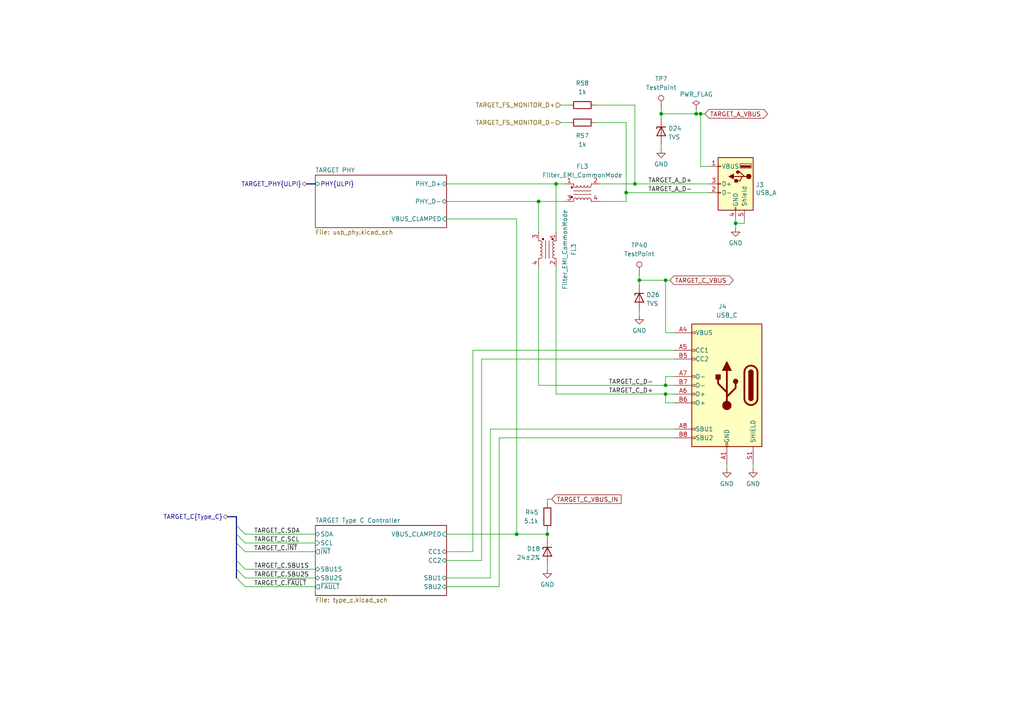
<source format=kicad_sch>
(kicad_sch (version 20230121) (generator eeschema)
  (paper "A4")
  (title_block (title "Cynthion") (date "${DATE}") (rev "${VERSION}") (company "Copyright 2019-2023 Great Scott Gadgets") (comment 1 "Licensed under the CERN-OHL-P v2"))
  (lib_symbols
    (symbol "Connector:TestPoint" (pin_numbers hide) (pin_names (offset 0.762) hide)
      (property "Reference" "TP" (at 0 6.858 0))
      (property "Value" "TestPoint" (at 0 5.08 0))
      (symbol "TestPoint_0_1"
        (circle (center 0 3.302) (radius 0.762))
      )
      (symbol "TestPoint_1_1"
        (pin passive line (at 0 0 90) (length 2.54) (name "1") (number "1"))
      )
    )
    (symbol "Connector:USB_A" (pin_names (offset 1.016))
      (property "Reference" "J" (at -5.08 11.43 0))
      (property "Value" "USB_A" (at -5.08 8.89 0))
      (symbol "USB_A_0_1"
        (rectangle (start -5.08 -7.62) (end 5.08 7.62) (stroke (width 0.254)) (fill (type background)))
        (circle (center -3.81 2.159) (radius 0.635) (stroke (width 0.254)) (fill (type outline)))
        (rectangle (start -1.524 4.826) (end -4.318 5.334) (fill (type outline)))
        (rectangle (start -1.27 4.572) (end -4.572 5.842))
        (circle (center -0.635 3.429) (radius 0.381) (stroke (width 0.254)) (fill (type outline)))
        (rectangle (start -0.127 -7.62) (end 0.127 -6.858))
        (polyline (pts (xy -3.175 2.159) (xy -2.54 2.159) (xy -1.27 3.429) (xy -0.635 3.429)) (stroke (width 0.254)))
        (polyline (pts (xy -2.54 2.159) (xy -1.905 2.159) (xy -1.27 0.889) (xy 0 0.889)) (stroke (width 0.254)))
        (polyline (pts (xy 0.635 2.794) (xy 0.635 1.524) (xy 1.905 2.159) (xy 0.635 2.794)) (stroke (width 0.254)) (fill (type outline)))
        (rectangle (start 0.254 1.27) (end -0.508 0.508) (stroke (width 0.254)) (fill (type outline)))
        (rectangle (start 5.08 -2.667) (end 4.318 -2.413))
        (rectangle (start 5.08 -0.127) (end 4.318 0.127))
        (rectangle (start 5.08 4.953) (end 4.318 5.207))
      )
      (symbol "USB_A_1_1"
        (polyline (pts (xy -1.905 2.159) (xy 0.635 2.159)) (stroke (width 0.254)))
        (pin power_in line (at 7.62 5.08 180) (length 2.54) (name "VBUS") (number "1"))
        (pin bidirectional line (at 7.62 -2.54 180) (length 2.54) (name "D-") (number "2"))
        (pin bidirectional line (at 7.62 0 180) (length 2.54) (name "D+") (number "3"))
        (pin power_in line (at 0 -10.16 90) (length 2.54) (name "GND") (number "4"))
        (pin passive line (at -2.54 -10.16 90) (length 2.54) (name "Shield") (number "5"))
      )
    )
    (symbol "Connector:USB_C_Receptacle_USB2.0" (pin_names (offset 1.016))
      (property "Reference" "J" (at -10.16 19.05 0))
      (property "Value" "USB_C_Receptacle_USB2.0" (at 19.05 19.05 0))
      (symbol "USB_C_Receptacle_USB2.0_0_0"
        (rectangle (start -0.254 -17.78) (end 0.254 -16.764))
        (rectangle (start 10.16 -14.986) (end 9.144 -15.494))
        (rectangle (start 10.16 -12.446) (end 9.144 -12.954))
        (rectangle (start 10.16 -4.826) (end 9.144 -5.334))
        (rectangle (start 10.16 -2.286) (end 9.144 -2.794))
        (rectangle (start 10.16 0.254) (end 9.144 -0.254))
        (rectangle (start 10.16 2.794) (end 9.144 2.286))
        (rectangle (start 10.16 7.874) (end 9.144 7.366))
        (rectangle (start 10.16 10.414) (end 9.144 9.906))
        (rectangle (start 10.16 15.494) (end 9.144 14.986))
      )
      (symbol "USB_C_Receptacle_USB2.0_0_1"
        (rectangle (start -10.16 17.78) (end 10.16 -17.78) (stroke (width 0.254)) (fill (type background)))
        (arc (start -8.89 -3.81) (mid -6.985 -5.7067) (end -5.08 -3.81) (stroke (width 0.508)))
        (arc (start -7.62 -3.81) (mid -6.985 -4.4423) (end -6.35 -3.81) (stroke (width 0.254)))
        (arc (start -7.62 -3.81) (mid -6.985 -4.4423) (end -6.35 -3.81) (stroke (width 0.254)) (fill (type outline)))
        (rectangle (start -7.62 -3.81) (end -6.35 3.81) (stroke (width 0.254)) (fill (type outline)))
        (arc (start -6.35 3.81) (mid -6.985 4.4423) (end -7.62 3.81) (stroke (width 0.254)))
        (arc (start -6.35 3.81) (mid -6.985 4.4423) (end -7.62 3.81) (stroke (width 0.254)) (fill (type outline)))
        (arc (start -5.08 3.81) (mid -6.985 5.7067) (end -8.89 3.81) (stroke (width 0.508)))
        (circle (center -2.54 1.143) (radius 0.635) (stroke (width 0.254)) (fill (type outline)))
        (circle (center 0 -5.842) (radius 1.27) (fill (type outline)))
        (polyline (pts (xy -8.89 -3.81) (xy -8.89 3.81)) (stroke (width 0.508)))
        (polyline (pts (xy -5.08 3.81) (xy -5.08 -3.81)) (stroke (width 0.508)))
        (polyline (pts (xy 0 -5.842) (xy 0 4.318)) (stroke (width 0.508)))
        (polyline (pts (xy 0 -3.302) (xy -2.54 -0.762) (xy -2.54 0.508)) (stroke (width 0.508)))
        (polyline (pts (xy 0 -2.032) (xy 2.54 0.508) (xy 2.54 1.778)) (stroke (width 0.508)))
        (polyline (pts (xy -1.27 4.318) (xy 0 6.858) (xy 1.27 4.318) (xy -1.27 4.318)) (stroke (width 0.254)) (fill (type outline)))
        (rectangle (start 1.905 1.778) (end 3.175 3.048) (stroke (width 0.254)) (fill (type outline)))
      )
      (symbol "USB_C_Receptacle_USB2.0_1_1"
        (pin passive line (at 0 -22.86 90) (length 5.08) (name "GND") (number "A1"))
        (pin passive line (at 0 -22.86 90) (length 5.08) hide (name "GND") (number "A12"))
        (pin passive line (at 15.24 15.24 180) (length 5.08) (name "VBUS") (number "A4"))
        (pin bidirectional line (at 15.24 10.16 180) (length 5.08) (name "CC1") (number "A5"))
        (pin bidirectional line (at 15.24 -2.54 180) (length 5.08) (name "D+") (number "A6"))
        (pin bidirectional line (at 15.24 2.54 180) (length 5.08) (name "D-") (number "A7"))
        (pin bidirectional line (at 15.24 -12.7 180) (length 5.08) (name "SBU1") (number "A8"))
        (pin passive line (at 15.24 15.24 180) (length 5.08) hide (name "VBUS") (number "A9"))
        (pin passive line (at 0 -22.86 90) (length 5.08) hide (name "GND") (number "B1"))
        (pin passive line (at 0 -22.86 90) (length 5.08) hide (name "GND") (number "B12"))
        (pin passive line (at 15.24 15.24 180) (length 5.08) hide (name "VBUS") (number "B4"))
        (pin bidirectional line (at 15.24 7.62 180) (length 5.08) (name "CC2") (number "B5"))
        (pin bidirectional line (at 15.24 -5.08 180) (length 5.08) (name "D+") (number "B6"))
        (pin bidirectional line (at 15.24 0 180) (length 5.08) (name "D-") (number "B7"))
        (pin bidirectional line (at 15.24 -15.24 180) (length 5.08) (name "SBU2") (number "B8"))
        (pin passive line (at 15.24 15.24 180) (length 5.08) hide (name "VBUS") (number "B9"))
        (pin passive line (at -7.62 -22.86 90) (length 5.08) (name "SHIELD") (number "S1"))
      )
    )
    (symbol "Device:D_Zener" (pin_numbers hide) (pin_names (offset 1.016) hide)
      (property "Reference" "D" (at 0 2.54 0))
      (property "Value" "D_Zener" (at 0 -2.54 0))
      (symbol "D_Zener_0_1"
        (polyline (pts (xy 1.27 0) (xy -1.27 0)))
        (polyline (pts (xy -1.27 -1.27) (xy -1.27 1.27) (xy -0.762 1.27)) (stroke (width 0.254)))
        (polyline (pts (xy 1.27 -1.27) (xy 1.27 1.27) (xy -1.27 0) (xy 1.27 -1.27)) (stroke (width 0.254)))
      )
      (symbol "D_Zener_1_1"
        (pin passive line (at -3.81 0 0) (length 2.54) (name "K") (number "1"))
        (pin passive line (at 3.81 0 180) (length 2.54) (name "A") (number "2"))
      )
    )
    (symbol "Device:Filter_EMI_CommonMode" (pin_names (offset 0.254) hide)
      (property "Reference" "FL" (at 0 4.445 0))
      (property "Value" "Filter_EMI_CommonMode" (at 0 -4.445 0))
      (symbol "Filter_EMI_CommonMode_0_1"
        (circle (center -3.048 -1.27) (radius 0.254) (fill (type outline)))
        (circle (center -3.048 1.524) (radius 0.254) (fill (type outline)))
        (arc (start -2.54 2.032) (mid -2.032 1.5262) (end -1.524 2.032))
        (arc (start -1.524 -2.032) (mid -2.032 -1.5262) (end -2.54 -2.032))
        (arc (start -1.524 2.032) (mid -1.016 1.5262) (end -0.508 2.032))
        (arc (start -0.508 -2.032) (mid -1.016 -1.5262) (end -1.524 -2.032))
        (arc (start -0.508 2.032) (mid 0 1.5262) (end 0.508 2.032))
        (polyline (pts (xy -2.54 -2.032) (xy -2.54 -2.54)))
        (polyline (pts (xy -2.54 0.508) (xy 2.54 0.508)))
        (polyline (pts (xy -2.54 2.032) (xy -2.54 2.54)))
        (polyline (pts (xy 2.54 -2.032) (xy 2.54 -2.54)))
        (polyline (pts (xy 2.54 -0.508) (xy -2.54 -0.508)))
        (polyline (pts (xy 2.54 2.54) (xy 2.54 2.032)))
        (arc (start 0.508 -2.032) (mid 0 -1.5262) (end -0.508 -2.032))
        (arc (start 0.508 2.032) (mid 1.016 1.5262) (end 1.524 2.032))
        (arc (start 1.524 -2.032) (mid 1.016 -1.5262) (end 0.508 -2.032))
        (arc (start 1.524 2.032) (mid 2.032 1.5262) (end 2.54 2.032))
        (arc (start 2.54 -2.032) (mid 2.032 -1.5262) (end 1.524 -2.032))
      )
      (symbol "Filter_EMI_CommonMode_1_1"
        (pin passive line (at -5.08 2.54 0) (length 2.54) (name "1") (number "1"))
        (pin passive line (at 5.08 2.54 180) (length 2.54) (name "2") (number "2"))
        (pin passive line (at -5.08 -2.54 0) (length 2.54) (name "3") (number "3"))
        (pin passive line (at 5.08 -2.54 180) (length 2.54) (name "4") (number "4"))
      )
    )
    (symbol "Device:R" (pin_numbers hide) (pin_names (offset 0))
      (property "Reference" "R" (at 2.032 0 90))
      (property "Value" "R" (at 0 0 90))
      (symbol "R_0_1"
        (rectangle (start -1.016 -2.54) (end 1.016 2.54) (stroke (width 0.254)))
      )
      (symbol "R_1_1"
        (pin passive line (at 0 3.81 270) (length 1.27) (name "~") (number "1"))
        (pin passive line (at 0 -3.81 90) (length 1.27) (name "~") (number "2"))
      )
    )
    (symbol "power:GND" (power) (pin_names (offset 0))
      (property "Value" "GND" (at 0 -3.81 0))
      (symbol "GND_0_1"
        (polyline (pts (xy 0 0) (xy 0 -1.27) (xy 1.27 -1.27) (xy 0 -2.54) (xy -1.27 -1.27) (xy 0 -1.27)))
      )
      (symbol "GND_1_1"
        (pin power_in line (at 0 0 270) (length 0) hide (name "GND") (number "1"))
      )
    )
    (symbol "power:PWR_FLAG" (power) (pin_numbers hide) (pin_names (offset 0) hide)
      (property "Value" "PWR_FLAG" (at 0 3.81 0))
      (symbol "PWR_FLAG_0_0"
        (pin power_out line (at 0 0 90) (length 0) (name "pwr") (number "1"))
      )
      (symbol "PWR_FLAG_0_1"
        (polyline (pts (xy 0 0) (xy 0 1.27) (xy -1.016 1.905) (xy 0 2.54) (xy 1.016 1.905) (xy 0 1.27)))
      )
    )
  )
  (junction (at 193.04 114.3))
  (junction (at 158.75 154.94))
  (junction (at 191.77 33.02))
  (junction (at 193.04 111.76))
  (junction (at 156.21 58.42))
  (junction (at 161.29 53.34))
  (junction (at 185.42 81.28))
  (junction (at 181.61 55.88))
  (junction (at 184.15 53.34))
  (junction (at 193.04 81.28))
  (junction (at 203.2 33.02))
  (junction (at 201.93 33.02))
  (junction (at 213.36 64.77))
  (junction (at 149.86 154.94))
  (bus_entry (at 68.58 157.48) (size 2.54 2.54))
  (bus_entry (at 68.58 162.56) (size 2.54 2.54))
  (bus_entry (at 68.58 167.64) (size 2.54 2.54))
  (bus_entry (at 68.58 152.4) (size 2.54 2.54))
  (bus_entry (at 68.58 154.94) (size 2.54 2.54))
  (bus_entry (at 68.58 165.1) (size 2.54 2.54))
  (wire (pts (xy 71.12 167.64) (xy 91.44 167.64)))
  (wire (pts (xy 201.93 31.75) (xy 201.93 33.02)))
  (wire (pts (xy 129.54 53.34) (xy 161.29 53.34)))
  (wire (pts (xy 181.61 58.42) (xy 181.61 55.88)))
  (wire (pts (xy 193.04 81.28) (xy 194.31 81.28)))
  (wire (pts (xy 195.58 124.46) (xy 142.24 124.46)))
  (wire (pts (xy 156.21 77.47) (xy 156.21 111.76)))
  (wire (pts (xy 184.15 53.34) (xy 205.74 53.34)))
  (wire (pts (xy 91.44 165.1) (xy 71.12 165.1)))
  (wire (pts (xy 139.7 162.56) (xy 139.7 104.14)))
  (wire (pts (xy 165.1 30.48) (xy 162.56 30.48)))
  (bus (pts (xy 68.58 165.1) (xy 68.58 167.64)))
  (wire (pts (xy 149.86 63.5) (xy 149.86 154.94)))
  (wire (pts (xy 71.12 160.02) (xy 91.44 160.02)))
  (wire (pts (xy 193.04 114.3) (xy 193.04 116.84)))
  (wire (pts (xy 195.58 96.52) (xy 193.04 96.52)))
  (bus (pts (xy 68.58 152.4) (xy 68.58 154.94)))
  (wire (pts (xy 129.54 167.64) (xy 142.24 167.64)))
  (wire (pts (xy 210.82 134.62) (xy 210.82 135.89)))
  (wire (pts (xy 156.21 58.42) (xy 163.83 58.42)))
  (wire (pts (xy 158.75 153.67) (xy 158.75 154.94)))
  (wire (pts (xy 91.44 157.48) (xy 71.12 157.48)))
  (wire (pts (xy 185.42 81.28) (xy 193.04 81.28)))
  (wire (pts (xy 137.16 101.6) (xy 137.16 160.02)))
  (bus (pts (xy 66.04 149.86) (xy 68.58 149.86)))
  (wire (pts (xy 203.2 48.26) (xy 205.74 48.26)))
  (wire (pts (xy 201.93 33.02) (xy 191.77 33.02)))
  (wire (pts (xy 158.75 154.94) (xy 158.75 156.21)))
  (wire (pts (xy 173.99 58.42) (xy 181.61 58.42)))
  (wire (pts (xy 139.7 162.56) (xy 129.54 162.56)))
  (wire (pts (xy 181.61 55.88) (xy 181.61 35.56)))
  (wire (pts (xy 185.42 81.28) (xy 185.42 82.55)))
  (wire (pts (xy 193.04 116.84) (xy 195.58 116.84)))
  (wire (pts (xy 215.9 64.77) (xy 215.9 63.5)))
  (wire (pts (xy 181.61 35.56) (xy 172.72 35.56)))
  (wire (pts (xy 213.36 64.77) (xy 215.9 64.77)))
  (wire (pts (xy 191.77 31.75) (xy 191.77 33.02)))
  (wire (pts (xy 91.44 170.18) (xy 71.12 170.18)))
  (wire (pts (xy 158.75 144.78) (xy 160.02 144.78)))
  (wire (pts (xy 161.29 53.34) (xy 163.83 53.34)))
  (wire (pts (xy 193.04 111.76) (xy 193.04 109.22)))
  (bus (pts (xy 68.58 157.48) (xy 68.58 162.56)))
  (wire (pts (xy 218.44 134.62) (xy 218.44 135.89)))
  (wire (pts (xy 193.04 109.22) (xy 195.58 109.22)))
  (wire (pts (xy 158.75 163.83) (xy 158.75 165.1)))
  (wire (pts (xy 173.99 53.34) (xy 184.15 53.34)))
  (wire (pts (xy 191.77 33.02) (xy 191.77 34.29)))
  (wire (pts (xy 142.24 167.64) (xy 142.24 124.46)))
  (wire (pts (xy 213.36 64.77) (xy 213.36 66.04)))
  (wire (pts (xy 144.78 170.18) (xy 129.54 170.18)))
  (bus (pts (xy 68.58 154.94) (xy 68.58 157.48)))
  (wire (pts (xy 156.21 111.76) (xy 193.04 111.76)))
  (wire (pts (xy 129.54 160.02) (xy 137.16 160.02)))
  (wire (pts (xy 193.04 96.52) (xy 193.04 81.28)))
  (wire (pts (xy 185.42 91.44) (xy 185.42 90.17)))
  (bus (pts (xy 68.58 162.56) (xy 68.58 165.1)))
  (wire (pts (xy 144.78 127) (xy 195.58 127)))
  (wire (pts (xy 193.04 114.3) (xy 161.29 114.3)))
  (bus (pts (xy 68.58 149.86) (xy 68.58 152.4)))
  (wire (pts (xy 191.77 43.18) (xy 191.77 41.91)))
  (wire (pts (xy 195.58 111.76) (xy 193.04 111.76)))
  (wire (pts (xy 184.15 53.34) (xy 184.15 30.48)))
  (wire (pts (xy 139.7 104.14) (xy 195.58 104.14)))
  (wire (pts (xy 156.21 67.31) (xy 156.21 58.42)))
  (wire (pts (xy 203.2 33.02) (xy 203.2 48.26)))
  (wire (pts (xy 71.12 154.94) (xy 91.44 154.94)))
  (wire (pts (xy 149.86 154.94) (xy 129.54 154.94)))
  (wire (pts (xy 213.36 63.5) (xy 213.36 64.77)))
  (wire (pts (xy 161.29 114.3) (xy 161.29 77.47)))
  (wire (pts (xy 195.58 101.6) (xy 137.16 101.6)))
  (wire (pts (xy 203.2 33.02) (xy 204.47 33.02)))
  (bus (pts (xy 88.9 53.34) (xy 91.44 53.34)))
  (wire (pts (xy 129.54 58.42) (xy 156.21 58.42)))
  (wire (pts (xy 203.2 33.02) (xy 201.93 33.02)))
  (wire (pts (xy 144.78 170.18) (xy 144.78 127)))
  (wire (pts (xy 195.58 114.3) (xy 193.04 114.3)))
  (wire (pts (xy 181.61 55.88) (xy 205.74 55.88)))
  (wire (pts (xy 158.75 146.05) (xy 158.75 144.78)))
  (wire (pts (xy 184.15 30.48) (xy 172.72 30.48)))
  (wire (pts (xy 165.1 35.56) (xy 162.56 35.56)))
  (wire (pts (xy 161.29 67.31) (xy 161.29 53.34)))
  (wire (pts (xy 149.86 63.5) (xy 129.54 63.5)))
  (wire (pts (xy 185.42 80.01) (xy 185.42 81.28)))
  (wire (pts (xy 149.86 154.94) (xy 158.75 154.94)))
  (label "TARGET_C_D-" (at 176.53 111.76 0))
  (label "TARGET_C.SDA" (at 73.66 154.94 0))
  (label "TARGET_C.~{INT}" (at 73.66 160.02 0))
  (label "TARGET_C_D+" (at 176.53 114.3 0))
  (label "TARGET_C.~{FAULT}" (at 73.66 170.18 0))
  (label "TARGET_A_D-" (at 187.96 55.88 0))
  (label "TARGET_C.SBU1S" (at 73.66 165.1 0))
  (label "TARGET_C.SBU2S" (at 73.66 167.64 0))
  (label "TARGET_A_D+" (at 187.96 53.34 0))
  (label "TARGET_C.SCL" (at 73.66 157.48 0))
  (global_label "TARGET_C_VBUS" (shape bidirectional) (at 194.31 81.28 0) (property "Intersheetrefs" "${INTERSHEET_REFS}" (effects hide)))
  (global_label "TARGET_C_VBUS_IN" (shape input) (at 160.02 144.78 0) (property "Intersheetrefs" "${INTERSHEET_REFS}" (effects hide)))
  (global_label "TARGET_A_VBUS" (shape bidirectional) (at 204.47 33.02 0) (property "Intersheetrefs" "${INTERSHEET_REFS}" (effects hide)))
  (hierarchical_label "TARGET_FS_MONITOR_D-" (shape input) (at 162.56 35.56 180))
  (hierarchical_label "TARGET_FS_MONITOR_D+" (shape input) (at 162.56 30.48 180))
  (hierarchical_label "TARGET_C{Type_C}" (shape bidirectional) (at 66.04 149.86 180))
  (hierarchical_label "TARGET_PHY{ULPI}" (shape bidirectional) (at 88.9 53.34 180))
  (symbol (lib_id "Device:R") (at 168.91 35.56 270) (unit 1)
    (property "Reference" "R57" (at 168.91 39.37 90))
    (property "Value" "1k" (at 168.91 41.91 90))
    (property "Footprint" "Resistor_SMD:R_0402_1005Metric" (effects hide))
    (property "Part Number" "RC0402JR-071KL" (effects hide))
    (property "Substitution" "any equivalent" (effects hide))
    (property "Description" "RES 1K OHM 5% 1/16W 0402" (effects hide))
    (property "Manufacturer" "Yageo" (effects hide))
  )
  (symbol (lib_id "Device:R") (at 158.75 149.86 0) (mirror x) (unit 1)
    (property "Reference" "R45" (at 156.21 148.59 0) (effects (justify right)))
    (property "Value" "5.1k" (at 156.21 151.13 0) (effects (justify right)))
    (property "Footprint" "Resistor_SMD:R_0402_1005Metric" (effects hide))
    (property "Part Number" "RC0402JR-075K1L" (effects hide))
    (property "Substitution" "any equivalent" (effects hide))
    (property "Description" "RES 5.1K OHM 5% 1/16W 0402" (effects hide))
    (property "Manufacturer" "Yageo" (effects hide))
  )
  (symbol (lib_id "power:GND") (at 210.82 135.89 0) (unit 1)
    (property "Reference" "#PWR0233" (effects hide))
    (property "Value" "GND" (at 210.82 140.3334 0))
  )
  (symbol (lib_id "Device:D_Zener") (at 185.42 86.36 90) (mirror x) (unit 1)
    (property "Reference" "D26" (at 187.452 85.5253 90) (effects (justify right)))
    (property "Value" "TVS" (at 187.452 88.0622 90) (effects (justify right)))
    (property "Footprint" "cynthion:DFN1006-2" (effects hide))
    (property "Datasheet" "https://assets.nexperia.com/documents/data-sheet/PESDXS1UL_SER.pdf" (effects hide))
    (property "Manufacturer" "Nexperia" (effects hide))
    (property "Part Number" "PESD36VS1UL,315" (effects hide))
    (property "Description" "TVS DIODE 36VWM 80VC DFN1006-2" (effects hide))
  )
  (symbol (lib_id "Connector:TestPoint") (at 191.77 31.75 0) (unit 1) (in_bom no)
    (property "Reference" "TP7" (at 191.77 22.86 0))
    (property "Value" "TestPoint" (at 191.77 25.4 0))
    (property "Footprint" "TestPoint:TestPoint_Pad_D1.0mm" (effects hide))
  )
  (symbol (lib_id "power:GND") (at 158.75 165.1 0) (mirror y) (unit 1)
    (property "Reference" "#PWR024" (effects hide))
    (property "Value" "GND" (at 158.75 169.5434 0))
  )
  (symbol (lib_id "power:PWR_FLAG") (at 201.93 31.75 0) (unit 1)
    (property "Reference" "#FLG01" (effects hide))
    (property "Value" "PWR_FLAG" (at 201.93 27.3558 0))
  )
  (symbol (lib_id "power:GND") (at 191.77 43.18 0) (unit 1)
    (property "Reference" "#PWR081" (effects hide))
    (property "Value" "GND" (at 191.77 47.6234 0))
  )
  (symbol (lib_id "power:GND") (at 218.44 135.89 0) (unit 1)
    (property "Reference" "#PWR0234" (effects hide))
    (property "Value" "GND" (at 218.44 140.3334 0))
  )
  (symbol (lib_id "power:GND") (at 185.42 91.44 0) (unit 1)
    (property "Reference" "#PWR039" (effects hide))
    (property "Value" "GND" (at 185.42 95.8834 0))
  )
  (symbol (lib_id "Connector:USB_A") (at 213.36 53.34 0) (mirror y) (unit 1)
    (property "Reference" "J3" (at 219.1766 53.6194 0) (effects (justify right)))
    (property "Value" "USB_A" (at 219.1766 55.9054 0) (effects (justify right)))
    (property "Footprint" "cynthion:USB_A_Kycon_KUSBXHT-SB-AS1N-B30-NF_Horizontal" (effects hide))
    (property "Description" "USB A TYPE RECEPTACLE, SHORT BODY" (effects hide))
    (property "Manufacturer" "Jing Extension of the Electronic Co." (effects hide))
    (property "Part Number" "C42411" (effects hide))
    (property "Substitution" "Kycon KUSBXHT-SB-AS1N-B30-NF, Tensility 54-00015, GCT USB1125-GF-B" (effects hide))
  )
  (symbol (lib_id "Connector:TestPoint") (at 185.42 80.01 0) (unit 1) (in_bom no)
    (property "Reference" "TP40" (at 185.42 71.12 0))
    (property "Value" "TestPoint" (at 185.42 73.66 0))
    (property "Footprint" "TestPoint:TestPoint_Pad_D1.0mm" (effects hide))
  )
  (symbol (lib_id "Device:Filter_EMI_CommonMode") (at 168.91 55.88 0) (unit 1)
    (property "Reference" "FL3" (at 168.91 48.26 0))
    (property "Value" "Filter_EMI_CommonMode" (at 168.91 50.7969 0))
    (property "Footprint" "cynthion:L_CommonModeChoke_Murata_DLM0NS" (effects hide))
    (property "Datasheet" "https://www.murata.com/en-global/products/productdata/8799424610334/EFLD0009.pdf" (effects hide))
    (property "Description" "CMC 130MA 2LN 28 OHM SMD" (effects hide))
    (property "Manufacturer" "Murata" (effects hide))
    (property "Part Number" "DLM0NSB280HY2D" (effects hide))
    (instances (project "cynthion" (path "" (reference "FL3") (unit 1)) (path "" (reference "FL1") (unit 1)) (path "" (reference "FL2") (unit 1)) (path "" (reference "FL2") (unit 1))))
  )
  (symbol (lib_id "Connector:USB_C_Receptacle_USB2.0") (at 210.82 111.76 0) (mirror y) (unit 1)
    (property "Reference" "J4" (at 209.55 88.9 0))
    (property "Value" "USB_C" (at 210.82 91.44 0))
    (property "Footprint" "cynthion:USB_C_Receptacle_HRO_TYPE-C-31-M-12" (effects hide))
    (property "Description" "CONN RCPT USB2.0 TYPE-C 16POS" (effects hide))
    (property "Manufacturer" "DEALON" (effects hide))
    (property "Part Number" "USB-TYPE-C-019" (effects hide))
    (property "Substitution" "Yuandi TYPE-611A-T3" (effects hide))
  )
  (symbol (lib_id "Device:D_Zener") (at 191.77 38.1 90) (mirror x) (unit 1)
    (property "Reference" "D24" (at 193.802 37.2653 90) (effects (justify right)))
    (property "Value" "TVS" (at 193.802 39.8022 90) (effects (justify right)))
    (property "Footprint" "cynthion:DFN1006-2" (effects hide))
    (property "Datasheet" "https://assets.nexperia.com/documents/data-sheet/PESDXS1UL_SER.pdf" (effects hide))
    (property "Manufacturer" "Nexperia" (effects hide))
    (property "Part Number" "PESD36VS1UL,315" (effects hide))
    (property "Description" "TVS DIODE 36VWM 80VC DFN1006-2" (effects hide))
  )
  (symbol (lib_id "power:GND") (at 213.36 66.04 0) (unit 1)
    (property "Reference" "#PWR0137" (effects hide))
    (property "Value" "GND" (at 213.36 70.4834 0))
  )
  (symbol (lib_id "Device:D_Zener") (at 158.75 160.02 90) (mirror x) (unit 1)
    (property "Reference" "D18" (at 156.718 159.1853 90) (effects (justify left)))
    (property "Value" "24±2%" (at 156.718 161.7222 90) (effects (justify left)))
    (property "Footprint" "cynthion:DFN1006-2" (effects hide))
    (property "Datasheet" "https://assets.nexperia.com/documents/data-sheet/BZX884_BC_SER.pdf" (effects hide))
    (property "Manufacturer" "Nexperia" (effects hide))
    (property "Part Number" "BZX884-B24,315" (effects hide))
    (property "Description" "DIODE ZENER 24V 250MW DFN1006-2" (effects hide))
  )
  (symbol (lib_id "Device:Filter_EMI_CommonMode") (at 158.75 72.39 270) (unit 1)
    (property "Reference" "FL3" (at 166.37 72.39 0))
    (property "Value" "Filter_EMI_CommonMode" (at 163.8331 72.39 0))
    (property "Footprint" "cynthion:L_CommonModeChoke_Murata_DLM0NS" (effects hide))
    (property "Datasheet" "https://www.murata.com/en-global/products/productdata/8799424610334/EFLD0009.pdf" (effects hide))
    (property "Description" "CMC 130MA 2LN 28 OHM SMD" (effects hide))
    (property "Manufacturer" "Murata" (effects hide))
    (property "Part Number" "DLM0NSB280HY2D" (effects hide))
    (instances (project "cynthion" (path "" (reference "FL3") (unit 1)) (path "" (reference "FL1") (unit 1)) (path "" (reference "FL2") (unit 1)) (path "" (reference "FL4") (unit 1))))
  )
  (symbol (lib_id "Device:R") (at 168.91 30.48 270) (unit 1)
    (property "Reference" "R58" (at 168.91 24.13 90))
    (property "Value" "1k" (at 168.91 26.67 90))
    (property "Footprint" "Resistor_SMD:R_0402_1005Metric" (effects hide))
    (property "Part Number" "RC0402JR-071KL" (effects hide))
    (property "Substitution" "any equivalent" (effects hide))
    (property "Description" "RES 1K OHM 5% 1/16W 0402" (effects hide))
    (property "Manufacturer" "Yageo" (effects hide))
  )
  (sheet (at 91.44 50.8) (size 38.1 15.24) (stroke (width 0.1524))
    (property "Sheetname" "TARGET PHY" (at 91.44 50.0884 0) (effects (justify left bottom)))
    (property "Sheetfile" "usb_phy.kicad_sch" (at 91.44 66.6246 0) (effects (justify left top)))
    (pin "PHY_D-" bidirectional (at 129.54 58.42 0))
    (pin "PHY_D+" bidirectional (at 129.54 53.34 0))
    (pin "PHY{ULPI}" bidirectional (at 91.44 53.34 180))
    (pin "VBUS_CLAMPED" input (at 129.54 63.5 0))
  )
  (sheet (at 91.44 152.4) (size 38.1 20.32) (stroke (width 0.1524))
    (property "Sheetname" "TARGET Type C Controller" (at 91.44 151.6884 0) (effects (justify left bottom)))
    (property "Sheetfile" "type_c.kicad_sch" (at 91.44 173.3046 0) (effects (justify left top)))
    (pin "VBUS_CLAMPED" input (at 129.54 154.94 0))
    (pin "SBU2" bidirectional (at 129.54 170.18 0))
    (pin "CC1" bidirectional (at 129.54 160.02 0))
    (pin "SBU1" bidirectional (at 129.54 167.64 0))
    (pin "CC2" bidirectional (at 129.54 162.56 0))
    (pin "SDA" bidirectional (at 91.44 154.94 180))
    (pin "SCL" input (at 91.44 157.48 180))
    (pin "~{INT}" output (at 91.44 160.02 180))
    (pin "SBU1S" bidirectional (at 91.44 165.1 180))
    (pin "SBU2S" bidirectional (at 91.44 167.64 180))
    (pin "~{FAULT}" output (at 91.44 170.18 180))
  )
)
</source>
